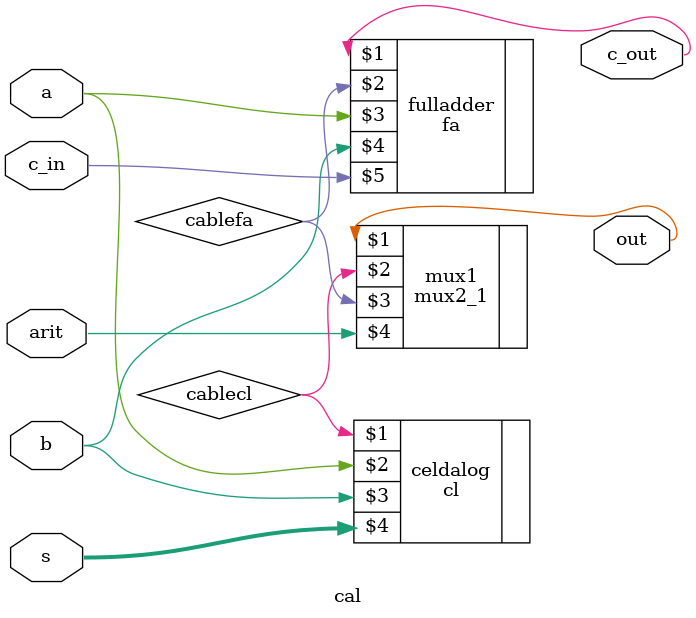
<source format=v>
/*=========================================================================
===========================================================================
    =            Proyecto:      Práctica 1                            =
    =            Archivo:       cal.v                                 =
    =            Autor:         Adrián Epifanio R.H                   =
    =            Fecha:         08/11/2018                            =
    =            Asignatura:    Estructuras de computadores           =
    =            Lenguaje:      Verilog                               = 
===========================================================================          
=========================================================================*/


/*===================================================================
=                            MODULE                                 =
===================================================================*/
module cal(output wire out, c_out, input wire a, b, arit, c_in, input wire [1:0] s);

	wire cablecl, cablefa;

	cl celdalog(cablecl, a, b, s);
	fa fulladder(c_out, cablefa, a, b, c_in);
	mux2_1	mux1(out, cablecl, cablefa, arit);

endmodule

/*===================================================================*/
/*=========================  End of module  =========================*/
/**
 *
 *
 *   Autor: Adrián Epifanio R.H
 *   Fecha: 08/11/2018
 *
 *
**/


</source>
